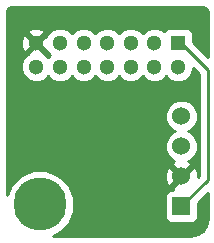
<source format=gbl>
G04 (created by PCBNEW (2013-may-18)-stable) date Wed 10 Dec 2014 10:55:01 AM CST*
%MOIN*%
G04 Gerber Fmt 3.4, Leading zero omitted, Abs format*
%FSLAX34Y34*%
G01*
G70*
G90*
G04 APERTURE LIST*
%ADD10C,0.00590551*%
%ADD11R,0.06X0.06*%
%ADD12C,0.06*%
%ADD13C,0.177165*%
%ADD14R,0.0511811X0.0511811*%
%ADD15C,0.0511811*%
%ADD16C,0.035*%
%ADD17C,0.01*%
G04 APERTURE END LIST*
G54D10*
G54D11*
X82456Y-60031D03*
G54D12*
X82456Y-59031D03*
X82456Y-58031D03*
X82456Y-57031D03*
G54D13*
X77728Y-59968D03*
G54D14*
X82342Y-54586D03*
G54D15*
X82342Y-55374D03*
X81555Y-54586D03*
X81555Y-55374D03*
X80767Y-54586D03*
X80767Y-55374D03*
X79980Y-54586D03*
X79980Y-55374D03*
X79192Y-54586D03*
X79192Y-55374D03*
X78405Y-54586D03*
X78405Y-55374D03*
X77618Y-54586D03*
X77618Y-55374D03*
G54D16*
X80141Y-56921D03*
G54D17*
X82342Y-54586D02*
X82444Y-54586D01*
X83338Y-59149D02*
X82456Y-60031D01*
X83338Y-55480D02*
X83338Y-59149D01*
X82444Y-54586D02*
X83338Y-55480D01*
G54D10*
G36*
X83332Y-60466D02*
X83288Y-60687D01*
X83176Y-60855D01*
X83011Y-60965D01*
X82788Y-61009D01*
X78182Y-61009D01*
X78370Y-60931D01*
X78690Y-60612D01*
X78863Y-60195D01*
X78864Y-59743D01*
X78691Y-59325D01*
X78372Y-59006D01*
X77955Y-58832D01*
X77503Y-58832D01*
X77085Y-59005D01*
X76766Y-59324D01*
X76627Y-59656D01*
X76627Y-53550D01*
X76642Y-53478D01*
X76667Y-53439D01*
X76706Y-53413D01*
X76779Y-53399D01*
X77145Y-53399D01*
X82814Y-53399D01*
X83182Y-53399D01*
X83254Y-53413D01*
X83292Y-53439D01*
X83318Y-53478D01*
X83332Y-53550D01*
X83332Y-55050D01*
X82848Y-54565D01*
X82848Y-54281D01*
X82810Y-54189D01*
X82740Y-54118D01*
X82648Y-54080D01*
X82548Y-54080D01*
X82037Y-54080D01*
X81945Y-54118D01*
X81874Y-54188D01*
X81874Y-54190D01*
X81842Y-54157D01*
X81656Y-54080D01*
X81454Y-54080D01*
X81268Y-54157D01*
X81161Y-54264D01*
X81054Y-54157D01*
X80868Y-54080D01*
X80667Y-54080D01*
X80481Y-54157D01*
X80373Y-54264D01*
X80267Y-54157D01*
X80081Y-54080D01*
X79880Y-54080D01*
X79694Y-54157D01*
X79586Y-54264D01*
X79479Y-54157D01*
X79293Y-54080D01*
X79092Y-54080D01*
X78906Y-54157D01*
X78799Y-54264D01*
X78692Y-54157D01*
X78506Y-54080D01*
X78305Y-54080D01*
X78119Y-54157D01*
X77976Y-54299D01*
X77975Y-54304D01*
X77972Y-54303D01*
X77901Y-54374D01*
X77901Y-54232D01*
X77879Y-54141D01*
X77689Y-54075D01*
X77488Y-54087D01*
X77356Y-54141D01*
X77334Y-54232D01*
X77618Y-54515D01*
X77901Y-54232D01*
X77901Y-54374D01*
X77688Y-54586D01*
X77972Y-54869D01*
X77974Y-54869D01*
X77976Y-54872D01*
X78083Y-54980D01*
X78011Y-55052D01*
X77905Y-54945D01*
X77900Y-54943D01*
X77901Y-54940D01*
X77618Y-54657D01*
X77547Y-54728D01*
X77547Y-54586D01*
X77264Y-54303D01*
X77173Y-54325D01*
X77107Y-54515D01*
X77118Y-54716D01*
X77173Y-54847D01*
X77264Y-54869D01*
X77547Y-54586D01*
X77547Y-54728D01*
X77334Y-54940D01*
X77335Y-54943D01*
X77331Y-54944D01*
X77189Y-55087D01*
X77112Y-55272D01*
X77112Y-55474D01*
X77188Y-55660D01*
X77331Y-55802D01*
X77517Y-55879D01*
X77718Y-55880D01*
X77904Y-55803D01*
X78011Y-55695D01*
X78118Y-55802D01*
X78304Y-55879D01*
X78505Y-55880D01*
X78691Y-55803D01*
X78799Y-55695D01*
X78905Y-55802D01*
X79091Y-55879D01*
X79293Y-55880D01*
X79479Y-55803D01*
X79586Y-55695D01*
X79693Y-55802D01*
X79879Y-55879D01*
X80080Y-55880D01*
X80266Y-55803D01*
X80374Y-55695D01*
X80480Y-55802D01*
X80666Y-55879D01*
X80867Y-55880D01*
X81053Y-55803D01*
X81161Y-55695D01*
X81268Y-55802D01*
X81454Y-55879D01*
X81655Y-55880D01*
X81841Y-55803D01*
X81948Y-55695D01*
X82055Y-55802D01*
X82241Y-55879D01*
X82442Y-55880D01*
X82628Y-55803D01*
X82771Y-55660D01*
X82848Y-55475D01*
X82848Y-55414D01*
X83038Y-55604D01*
X83038Y-59025D01*
X83008Y-59055D01*
X83006Y-59019D01*
X83006Y-57922D01*
X82923Y-57720D01*
X82768Y-57565D01*
X82686Y-57531D01*
X82767Y-57498D01*
X82922Y-57343D01*
X83006Y-57141D01*
X83006Y-56922D01*
X82923Y-56720D01*
X82768Y-56565D01*
X82566Y-56481D01*
X82347Y-56481D01*
X82145Y-56564D01*
X81990Y-56719D01*
X81906Y-56921D01*
X81906Y-57140D01*
X81990Y-57342D01*
X82144Y-57497D01*
X82226Y-57531D01*
X82145Y-57564D01*
X81990Y-57719D01*
X81906Y-57921D01*
X81906Y-58140D01*
X81990Y-58342D01*
X82144Y-58497D01*
X82220Y-58528D01*
X82168Y-58550D01*
X82141Y-58645D01*
X82456Y-58960D01*
X82771Y-58645D01*
X82744Y-58550D01*
X82689Y-58530D01*
X82767Y-58498D01*
X82922Y-58343D01*
X83006Y-58141D01*
X83006Y-57922D01*
X83006Y-59019D01*
X83000Y-58894D01*
X82937Y-58743D01*
X82842Y-58716D01*
X82527Y-59031D01*
X82532Y-59037D01*
X82462Y-59107D01*
X82456Y-59102D01*
X82385Y-59172D01*
X82385Y-59031D01*
X82070Y-58716D01*
X81975Y-58743D01*
X81901Y-58949D01*
X81912Y-59168D01*
X81975Y-59319D01*
X82070Y-59346D01*
X82385Y-59031D01*
X82385Y-59172D01*
X82141Y-59417D01*
X82159Y-59481D01*
X82107Y-59481D01*
X82015Y-59519D01*
X81944Y-59589D01*
X81906Y-59681D01*
X81906Y-59781D01*
X81906Y-60381D01*
X81944Y-60472D01*
X82014Y-60543D01*
X82106Y-60581D01*
X82206Y-60581D01*
X82806Y-60581D01*
X82898Y-60543D01*
X82968Y-60473D01*
X83006Y-60381D01*
X83006Y-60281D01*
X83006Y-59905D01*
X83332Y-59579D01*
X83332Y-60466D01*
X83332Y-60466D01*
G37*
G54D17*
X83332Y-60466D02*
X83288Y-60687D01*
X83176Y-60855D01*
X83011Y-60965D01*
X82788Y-61009D01*
X78182Y-61009D01*
X78370Y-60931D01*
X78690Y-60612D01*
X78863Y-60195D01*
X78864Y-59743D01*
X78691Y-59325D01*
X78372Y-59006D01*
X77955Y-58832D01*
X77503Y-58832D01*
X77085Y-59005D01*
X76766Y-59324D01*
X76627Y-59656D01*
X76627Y-53550D01*
X76642Y-53478D01*
X76667Y-53439D01*
X76706Y-53413D01*
X76779Y-53399D01*
X77145Y-53399D01*
X82814Y-53399D01*
X83182Y-53399D01*
X83254Y-53413D01*
X83292Y-53439D01*
X83318Y-53478D01*
X83332Y-53550D01*
X83332Y-55050D01*
X82848Y-54565D01*
X82848Y-54281D01*
X82810Y-54189D01*
X82740Y-54118D01*
X82648Y-54080D01*
X82548Y-54080D01*
X82037Y-54080D01*
X81945Y-54118D01*
X81874Y-54188D01*
X81874Y-54190D01*
X81842Y-54157D01*
X81656Y-54080D01*
X81454Y-54080D01*
X81268Y-54157D01*
X81161Y-54264D01*
X81054Y-54157D01*
X80868Y-54080D01*
X80667Y-54080D01*
X80481Y-54157D01*
X80373Y-54264D01*
X80267Y-54157D01*
X80081Y-54080D01*
X79880Y-54080D01*
X79694Y-54157D01*
X79586Y-54264D01*
X79479Y-54157D01*
X79293Y-54080D01*
X79092Y-54080D01*
X78906Y-54157D01*
X78799Y-54264D01*
X78692Y-54157D01*
X78506Y-54080D01*
X78305Y-54080D01*
X78119Y-54157D01*
X77976Y-54299D01*
X77975Y-54304D01*
X77972Y-54303D01*
X77901Y-54374D01*
X77901Y-54232D01*
X77879Y-54141D01*
X77689Y-54075D01*
X77488Y-54087D01*
X77356Y-54141D01*
X77334Y-54232D01*
X77618Y-54515D01*
X77901Y-54232D01*
X77901Y-54374D01*
X77688Y-54586D01*
X77972Y-54869D01*
X77974Y-54869D01*
X77976Y-54872D01*
X78083Y-54980D01*
X78011Y-55052D01*
X77905Y-54945D01*
X77900Y-54943D01*
X77901Y-54940D01*
X77618Y-54657D01*
X77547Y-54728D01*
X77547Y-54586D01*
X77264Y-54303D01*
X77173Y-54325D01*
X77107Y-54515D01*
X77118Y-54716D01*
X77173Y-54847D01*
X77264Y-54869D01*
X77547Y-54586D01*
X77547Y-54728D01*
X77334Y-54940D01*
X77335Y-54943D01*
X77331Y-54944D01*
X77189Y-55087D01*
X77112Y-55272D01*
X77112Y-55474D01*
X77188Y-55660D01*
X77331Y-55802D01*
X77517Y-55879D01*
X77718Y-55880D01*
X77904Y-55803D01*
X78011Y-55695D01*
X78118Y-55802D01*
X78304Y-55879D01*
X78505Y-55880D01*
X78691Y-55803D01*
X78799Y-55695D01*
X78905Y-55802D01*
X79091Y-55879D01*
X79293Y-55880D01*
X79479Y-55803D01*
X79586Y-55695D01*
X79693Y-55802D01*
X79879Y-55879D01*
X80080Y-55880D01*
X80266Y-55803D01*
X80374Y-55695D01*
X80480Y-55802D01*
X80666Y-55879D01*
X80867Y-55880D01*
X81053Y-55803D01*
X81161Y-55695D01*
X81268Y-55802D01*
X81454Y-55879D01*
X81655Y-55880D01*
X81841Y-55803D01*
X81948Y-55695D01*
X82055Y-55802D01*
X82241Y-55879D01*
X82442Y-55880D01*
X82628Y-55803D01*
X82771Y-55660D01*
X82848Y-55475D01*
X82848Y-55414D01*
X83038Y-55604D01*
X83038Y-59025D01*
X83008Y-59055D01*
X83006Y-59019D01*
X83006Y-57922D01*
X82923Y-57720D01*
X82768Y-57565D01*
X82686Y-57531D01*
X82767Y-57498D01*
X82922Y-57343D01*
X83006Y-57141D01*
X83006Y-56922D01*
X82923Y-56720D01*
X82768Y-56565D01*
X82566Y-56481D01*
X82347Y-56481D01*
X82145Y-56564D01*
X81990Y-56719D01*
X81906Y-56921D01*
X81906Y-57140D01*
X81990Y-57342D01*
X82144Y-57497D01*
X82226Y-57531D01*
X82145Y-57564D01*
X81990Y-57719D01*
X81906Y-57921D01*
X81906Y-58140D01*
X81990Y-58342D01*
X82144Y-58497D01*
X82220Y-58528D01*
X82168Y-58550D01*
X82141Y-58645D01*
X82456Y-58960D01*
X82771Y-58645D01*
X82744Y-58550D01*
X82689Y-58530D01*
X82767Y-58498D01*
X82922Y-58343D01*
X83006Y-58141D01*
X83006Y-57922D01*
X83006Y-59019D01*
X83000Y-58894D01*
X82937Y-58743D01*
X82842Y-58716D01*
X82527Y-59031D01*
X82532Y-59037D01*
X82462Y-59107D01*
X82456Y-59102D01*
X82385Y-59172D01*
X82385Y-59031D01*
X82070Y-58716D01*
X81975Y-58743D01*
X81901Y-58949D01*
X81912Y-59168D01*
X81975Y-59319D01*
X82070Y-59346D01*
X82385Y-59031D01*
X82385Y-59172D01*
X82141Y-59417D01*
X82159Y-59481D01*
X82107Y-59481D01*
X82015Y-59519D01*
X81944Y-59589D01*
X81906Y-59681D01*
X81906Y-59781D01*
X81906Y-60381D01*
X81944Y-60472D01*
X82014Y-60543D01*
X82106Y-60581D01*
X82206Y-60581D01*
X82806Y-60581D01*
X82898Y-60543D01*
X82968Y-60473D01*
X83006Y-60381D01*
X83006Y-60281D01*
X83006Y-59905D01*
X83332Y-59579D01*
X83332Y-60466D01*
M02*

</source>
